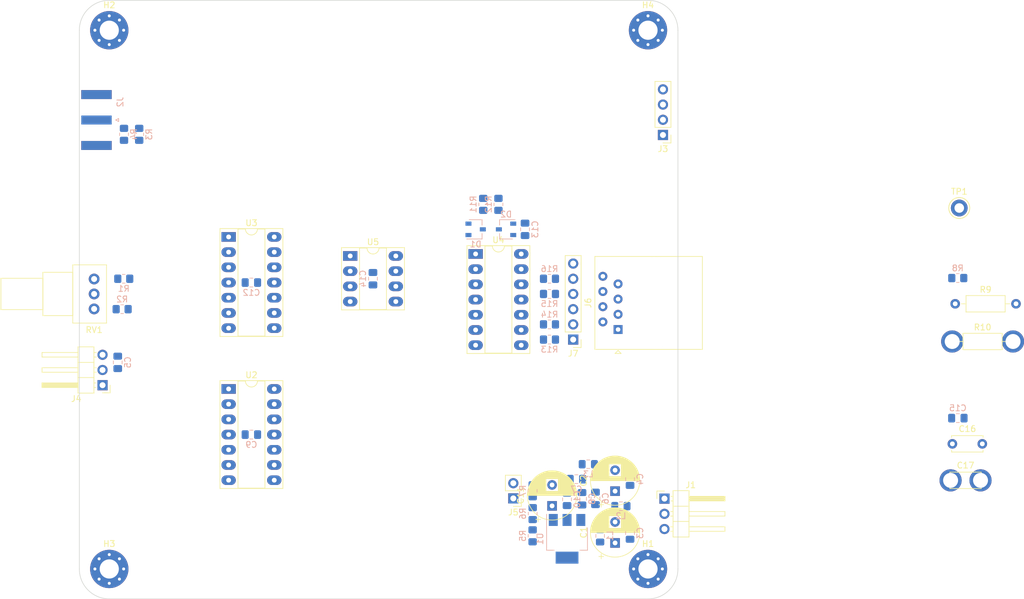
<source format=kicad_pcb>
(kicad_pcb (version 20211014) (generator pcbnew)
  (layers (0 "F.Cu" signal) (31 "B.Cu" signal) (34 "B.Paste" user) (35 "F.Paste" user) (36 "B.SilkS" user "B.Silkscreen") (37 "F.SilkS" user "F.Silkscreen") (38 "B.Mask" user) (39 "F.Mask" user) (44 "Edge.Cuts" user))
  (net 0 "")
  (net 1 "/V_setpoint")
  (net 2 "GND")
  (net 3 "+15V")
  (net 4 "-15V")
  (net 5 "+5V")
  (net 10 "/PWMU_clmp")
  (net 11 "/PWMV_clmp")
  (net 12 "/I_setpoint")
  (net 13 "/Isns_raw")
  (net 14 "Net-(J5-Pad1)")
  (net 15 "Net-(J4-Pad1)")
  (net 16 "/PWMLU_o")
  (net 17 "/PWMHU_o")
  (net 18 "/PWMLV_o")
  (net 19 "/PWMHV_o")
  (net 20 "Net-(R1-Pad1)")
  (net 21 "Net-(R2-Pad2)")
  (net 26 "/PWMU")
  (net 27 "/PWMV")
  (net 28 "/PWMLU")
  (net 29 "/PWMHU")
  (net 30 "/PWMLV")
  (net 31 "/PWMHV")
  (net 41 "Net-(U4-Pad2)")
  (net 42 "Net-(U4-Pad11)")
  (net 65 "/GND_pre")
  (net 66 "/15V_pre")
  (net 67 "/-15V_pre")
  (net 68 "/Reg_fb")
  (footprint "MountingHole:MountingHole_3.2mm_M3_Pad_Via" (layer "F.Cu") (at 55 55)
    (fp_text reference "H2" (at 0 -4.2) (layer "F.SilkS"))
    (fp_text value "MountingHole_Pad")
    (pad "1" thru_hole circle (at -1.697056 1.697056) (size 0.8 0.8) (drill 0.5) (layers *.Cu *.Mask) (net 2 "GND"))
    (pad "1" thru_hole circle (at 0 -2.4) (size 0.8 0.8) (drill 0.5) (layers *.Cu *.Mask) (net 2 "GND"))
    (pad "1" thru_hole circle (at 0 2.4) (size 0.8 0.8) (drill 0.5) (layers *.Cu *.Mask) (net 2 "GND"))
    (pad "1" thru_hole circle (at 1.697056 1.697056) (size 0.8 0.8) (drill 0.5) (layers *.Cu *.Mask) (net 2 "GND"))
    (pad "1" thru_hole circle (at 1.697056 -1.697056) (size 0.8 0.8) (drill 0.5) (layers *.Cu *.Mask) (net 2 "GND"))
    (pad "1" thru_hole circle (at 0 0) (size 6.4 6.4) (drill 3.2) (layers *.Cu *.Mask) (net 2 "GND"))
    (pad "1" thru_hole circle (at -2.4 0) (size 0.8 0.8) (drill 0.5) (layers *.Cu *.Mask) (net 2 "GND"))
    (pad "1" thru_hole circle (at -1.697056 -1.697056) (size 0.8 0.8) (drill 0.5) (layers *.Cu *.Mask) (net 2 "GND"))
    (pad "1" thru_hole circle (at 2.4 0) (size 0.8 0.8) (drill 0.5) (layers *.Cu *.Mask) (net 2 "GND"))
  )
  (footprint "Capacitor_THT:CP_Radial_D8.0mm_P3.50mm" (layer "F.Cu") (at 128.975 134.4625 90)
    (fp_text reference "C11" (at 1.75 -5.25 90) (layer "F.SilkS"))
    (fp_text value "10u")
    (pad "1" thru_hole rect (at 0 0 90) (size 1.6 1.6) (drill 0.8) (layers *.Cu *.Mask) (net 5 "+5V"))
    (pad "2" thru_hole circle (at 3.5 0 90) (size 1.6 1.6) (drill 0.8) (layers *.Cu *.Mask) (net 2 "GND"))
  )
  (footprint "Connector_PinHeader_2.54mm:PinHeader_1x04_P2.54mm_Vertical" (layer "F.Cu") (at 147.5 72.5 180)
    (fp_text reference "J3" (at 0 -2.33) (layer "F.SilkS"))
    (fp_text value "Current_sensor")
    (pad "1" thru_hole rect (at 0 0 180) (size 1.7 1.7) (drill 1) (layers *.Cu *.Mask) (net 3 "+15V"))
    (pad "2" thru_hole oval (at 0 2.54 180) (size 1.7 1.7) (drill 1) (layers *.Cu *.Mask) (net 4 "-15V"))
    (pad "3" thru_hole oval (at 0 5.08 180) (size 1.7 1.7) (drill 1) (layers *.Cu *.Mask) (net 13 "/Isns_raw"))
    (pad "4" thru_hole oval (at 0 7.62 180) (size 1.7 1.7) (drill 1) (layers *.Cu *.Mask) (net 2 "GND"))
  )
  (footprint "Package_DIP:DIP-8_W7.62mm_Socket_LongPads" (layer "F.Cu") (at 95.25 92.71)
    (fp_text reference "U5" (at 3.81 -2.33) (layer "F.SilkS"))
    (fp_text value "LM393")
    (pad "1" thru_hole rect (at 0 0) (size 2.4 1.6) (drill 0.8) (layers *.Cu *.Mask))
    (pad "2" thru_hole oval (at 0 2.54) (size 2.4 1.6) (drill 0.8) (layers *.Cu *.Mask))
    (pad "3" thru_hole oval (at 0 5.08) (size 2.4 1.6) (drill 0.8) (layers *.Cu *.Mask))
    (pad "4" thru_hole oval (at 0 7.62) (size 2.4 1.6) (drill 0.8) (layers *.Cu *.Mask) (net 4 "-15V"))
    (pad "5" thru_hole oval (at 7.62 7.62) (size 2.4 1.6) (drill 0.8) (layers *.Cu *.Mask))
    (pad "6" thru_hole oval (at 7.62 5.08) (size 2.4 1.6) (drill 0.8) (layers *.Cu *.Mask))
    (pad "7" thru_hole oval (at 7.62 2.54) (size 2.4 1.6) (drill 0.8) (layers *.Cu *.Mask))
    (pad "8" thru_hole oval (at 7.62 0) (size 2.4 1.6) (drill 0.8) (layers *.Cu *.Mask) (net 3 "+15V"))
  )
  (footprint "Capacitor_THT:CP_Radial_D8.0mm_P3.50mm" (layer "F.Cu") (at 139.5 132 90)
    (fp_text reference "C2" (at 1.75 -5.25 90) (layer "F.SilkS"))
    (fp_text value "10u")
    (pad "1" thru_hole rect (at 0 0 90) (size 1.6 1.6) (drill 0.8) (layers *.Cu *.Mask) (net 65 "/GND_pre"))
    (pad "2" thru_hole circle (at 3.5 0 90) (size 1.6 1.6) (drill 0.8) (layers *.Cu *.Mask) (net 67 "/-15V_pre"))
  )
  (footprint "MountingHole:MountingHole_3.2mm_M3_Pad_Via" (layer "F.Cu") (at 55 145)
    (fp_text reference "H3" (at 0 -4.2) (layer "F.SilkS"))
    (fp_text value "MountingHole_Pad")
    (pad "1" thru_hole circle (at 2.4 0) (size 0.8 0.8) (drill 0.5) (layers *.Cu *.Mask) (net 2 "GND"))
    (pad "1" thru_hole circle (at 0 0) (size 6.4 6.4) (drill 3.2) (layers *.Cu *.Mask) (net 2 "GND"))
    (pad "1" thru_hole circle (at -2.4 0) (size 0.8 0.8) (drill 0.5) (layers *.Cu *.Mask) (net 2 "GND"))
    (pad "1" thru_hole circle (at -1.697056 -1.697056) (size 0.8 0.8) (drill 0.5) (layers *.Cu *.Mask) (net 2 "GND"))
    (pad "1" thru_hole circle (at 1.697056 -1.697056) (size 0.8 0.8) (drill 0.5) (layers *.Cu *.Mask) (net 2 "GND"))
    (pad "1" thru_hole circle (at -1.697056 1.697056) (size 0.8 0.8) (drill 0.5) (layers *.Cu *.Mask) (net 2 "GND"))
    (pad "1" thru_hole circle (at 0 2.4) (size 0.8 0.8) (drill 0.5) (layers *.Cu *.Mask) (net 2 "GND"))
    (pad "1" thru_hole circle (at 0 -2.4) (size 0.8 0.8) (drill 0.5) (layers *.Cu *.Mask) (net 2 "GND"))
    (pad "1" thru_hole circle (at 1.697056 1.697056) (size 0.8 0.8) (drill 0.5) (layers *.Cu *.Mask) (net 2 "GND"))
  )
  (footprint "Connector_RJ:RJ45_Amphenol_54602-x08_Horizontal" (layer "F.Cu") (at 140 105 90)
    (fp_text reference "J6" (at 4.445 -5 90) (layer "F.SilkS"))
    (fp_text value "PWM_OUT_RJ")
    (pad "" np_thru_hole circle (at -1.27 6.35 90) (size 3.2 3.2) (drill 3.2) (layers *.Cu *.Mask))
    (pad "" np_thru_hole circle (at 10.16 6.35 90) (size 3.2 3.2) (drill 3.2) (layers *.Cu *.Mask))
    (pad "1" thru_hole rect (at 0 0 90) (size 1.5 1.5) (drill 0.76) (layers *.Cu *.Mask) (net 16 "/PWMLU_o"))
    (pad "2" thru_hole circle (at 1.27 -2.54 90) (size 1.5 1.5) (drill 0.76) (layers *.Cu *.Mask) (net 2 "GND"))
    (pad "3" thru_hole circle (at 2.54 0 90) (size 1.5 1.5) (drill 0.76) (layers *.Cu *.Mask) (net 17 "/PWMHU_o"))
    (pad "4" thru_hole circle (at 3.81 -2.54 90) (size 1.5 1.5) (drill 0.76) (layers *.Cu *.Mask) (net 2 "GND"))
    (pad "5" thru_hole circle (at 5.08 0 90) (size 1.5 1.5) (drill 0.76) (layers *.Cu *.Mask) (net 18 "/PWMLV_o"))
    (pad "6" thru_hole circle (at 6.35 -2.54 90) (size 1.5 1.5) (drill 0.76) (layers *.Cu *.Mask) (net 2 "GND"))
    (pad "7" thru_hole circle (at 7.62 0 90) (size 1.5 1.5) (drill 0.76) (layers *.Cu *.Mask) (net 19 "/PWMHV_o"))
    (pad "8" thru_hole circle (at 8.89 -2.54 90) (size 1.5 1.5) (drill 0.76) (layers *.Cu *.Mask) (net 2 "GND"))
  )
  (footprint "Connector_PinHeader_2.54mm:PinHeader_1x03_P2.54mm_Horizontal" (layer "F.Cu") (at 147.75 133.25)
    (fp_text reference "J1" (at 4.385 -2.27) (layer "F.SilkS"))
    (fp_text value "PWR_IN")
    (pad "1" thru_hole rect (at 0 0) (size 1.7 1.7) (drill 1) (layers *.Cu *.Mask) (net 67 "/-15V_pre"))
    (pad "2" thru_hole oval (at 0 2.54) (size 1.7 1.7) (drill 1) (layers *.Cu *.Mask) (net 65 "/GND_pre"))
    (pad "3" thru_hole oval (at 0 5.08) (size 1.7 1.7) (drill 1) (layers *.Cu *.Mask) (net 66 "/15V_pre"))
  )
  (footprint "MountingHole:MountingHole_3.2mm_M3_Pad_Via" (layer "F.Cu") (at 145 145)
    (fp_text reference "H1" (at 0 -4.2) (layer "F.SilkS"))
    (fp_text value "MountingHole_Pad")
    (pad "1" thru_hole circle (at -1.697056 1.697056) (size 0.8 0.8) (drill 0.5) (layers *.Cu *.Mask) (net 2 "GND"))
    (pad "1" thru_hole circle (at 1.697056 1.697056) (size 0.8 0.8) (drill 0.5) (layers *.Cu *.Mask) (net 2 "GND"))
    (pad "1" thru_hole circle (at 0 -2.4) (size 0.8 0.8) (drill 0.5) (layers *.Cu *.Mask) (net 2 "GND"))
    (pad "1" thru_hole circle (at 2.4 0) (size 0.8 0.8) (drill 0.5) (layers *.Cu *.Mask) (net 2 "GND"))
    (pad "1" thru_hole circle (at 0 0) (size 6.4 6.4) (drill 3.2) (layers *.Cu *.Mask) (net 2 "GND"))
    (pad "1" thru_hole circle (at 0 2.4) (size 0.8 0.8) (drill 0.5) (layers *.Cu *.Mask) (net 2 "GND"))
    (pad "1" thru_hole circle (at -2.4 0) (size 0.8 0.8) (drill 0.5) (layers *.Cu *.Mask) (net 2 "GND"))
    (pad "1" thru_hole circle (at -1.697056 -1.697056) (size 0.8 0.8) (drill 0.5) (layers *.Cu *.Mask) (net 2 "GND"))
    (pad "1" thru_hole circle (at 1.697056 -1.697056) (size 0.8 0.8) (drill 0.5) (layers *.Cu *.Mask) (net 2 "GND"))
  )
  (footprint "Connector_PinHeader_2.54mm:PinHeader_1x02_P2.54mm_Vertical" (layer "F.Cu") (at 122.5 133.2125 180)
    (fp_text reference "J5" (at 0 -2.33 180) (layer "F.SilkS"))
    (fp_text value "5V/3V3")
    (pad "1" thru_hole rect (at 0 0 180) (size 1.7 1.7) (drill 1) (layers *.Cu *.Mask) (net 14 "Net-(J5-Pad1)"))
    (pad "2" thru_hole oval (at 0 2.54 180) (size 1.7 1.7) (drill 1) (layers *.Cu *.Mask) (net 2 "GND"))
  )
  (footprint "Connector_PinHeader_2.54mm:PinHeader_1x06_P2.54mm_Vertical" (layer "F.Cu") (at 132.5 106.68 180)
    (fp_text reference "J7" (at 0 -2.33) (layer "F.SilkS"))
    (fp_text value "PWM_OUT")
    (pad "1" thru_hole rect (at 0 0 180) (size 1.7 1.7) (drill 1) (layers *.Cu *.Mask) (net 16 "/PWMLU_o"))
    (pad "2" thru_hole oval (at 0 2.54 180) (size 1.7 1.7) (drill 1) (layers *.Cu *.Mask) (net 17 "/PWMHU_o"))
    (pad "3" thru_hole oval (at 0 5.08 180) (size 1.7 1.7) (drill 1) (layers *.Cu *.Mask) (net 2 "GND"))
    (pad "4" thru_hole oval (at 0 7.62 180) (size 1.7 1.7) (drill 1) (layers *.Cu *.Mask) (net 18 "/PWMLV_o"))
    (pad "5" thru_hole oval (at 0 10.16 180) (size 1.7 1.7) (drill 1) (layers *.Cu *.Mask) (net 19 "/PWMHV_o"))
    (pad "6" thru_hole oval (at 0 12.7 180) (size 1.7 1.7) (drill 1) (layers *.Cu *.Mask) (net 2 "GND"))
  )
  (footprint "TestPoint:TestPoint_Keystone_5010-5014_Multipurpose" (layer "F.Cu") (at 197 84.7)
    (fp_text reference "TP1" (at 0 -2.75) (layer "F.SilkS"))
    (fp_text value "TestPoint")
    (pad "1" thru_hole circle (at 0 0) (size 2.8 2.8) (drill 1.6) (layers *.Cu *.Mask))
  )
  (footprint "Resistor_THT:R_Axial_DIN0207_L6.3mm_D2.5mm_P10.16mm_Horizontal" (layer "F.Cu") (at 196.32 100.7)
    (fp_text reference "R9" (at 5.08 -2.37) (layer "F.SilkS"))
    (fp_text value "10")
    (pad "1" thru_hole circle (at 0 0) (size 1.6 1.6) (drill 0.8) (layers *.Cu *.Mask))
    (pad "2" thru_hole oval (at 10.16 0) (size 1.6 1.6) (drill 0.8) (layers *.Cu *.Mask))
  )
  (footprint "footprints:R_Socket_L6.3mm_D2.5mm_P10.16mm_Horizontal" (layer "F.Cu") (at 195.82 107)
    (fp_text reference "R10" (at 5.08 -2.37) (layer "F.SilkS"))
    (fp_text value "10")
    (pad "1" thru_hole circle locked (at 0 0) (size 3.7 3.7) (drill 2.5) (layers *.Cu *.Mask))
    (pad "2" thru_hole circle locked (at 10.16 0) (size 3.7 3.7) (drill 2.5) (layers *.Cu *.Mask))
  )
  (footprint "Capacitor_THT:C_Disc_D5.0mm_W2.5mm_P5.00mm" (layer "F.Cu") (at 195.85 124.1)
    (fp_text reference "C16" (at 2.5 -2.5) (layer "F.SilkS"))
    (fp_text value "100n")
    (pad "1" thru_hole circle (at 0 0) (size 1.6 1.6) (drill 0.8) (layers *.Cu *.Mask))
    (pad "2" thru_hole circle (at 5 0) (size 1.6 1.6) (drill 0.8) (layers *.Cu *.Mask))
  )
  (footprint "Package_DIP:DIP-14_W7.62mm_Socket_LongPads" (layer "F.Cu") (at 74.94 89.53)
    (fp_text reference "U3" (at 3.81 -2.33) (layer "F.SilkS"))
    (fp_text value "LM324")
    (pad "1" thru_hole rect (at 0 0) (size 2.4 1.6) (drill 0.8) (layers *.Cu *.Mask))
    (pad "2" thru_hole oval (at 0 2.54) (size 2.4 1.6) (drill 0.8) (layers *.Cu *.Mask))
    (pad "3" thru_hole oval (at 0 5.08) (size 2.4 1.6) (drill 0.8) (layers *.Cu *.Mask))
    (pad "4" thru_hole oval (at 0 7.62) (size 2.4 1.6) (drill 0.8) (layers *.Cu *.Mask) (net 3 "+15V"))
    (pad "5" thru_hole oval (at 0 10.16) (size 2.4 1.6) (drill 0.8) (layers *.Cu *.Mask))
    (pad "6" thru_hole oval (at 0 12.7) (size 2.4 1.6) (drill 0.8) (layers *.Cu *.Mask))
    (pad "7" thru_hole oval (at 0 15.24) (size 2.4 1.6) (drill 0.8) (layers *.Cu *.Mask))
    (pad "8" thru_hole oval (at 7.62 15.24) (size 2.4 1.6) (drill 0.8) (layers *.Cu *.Mask))
    (pad "9" thru_hole oval (at 7.62 12.7) (size 2.4 1.6) (drill 0.8) (layers *.Cu *.Mask))
    (pad "10" thru_hole oval (at 7.62 10.16) (size 2.4 1.6) (drill 0.8) (layers *.Cu *.Mask))
    (pad "11" thru_hole oval (at 7.62 7.62) (size 2.4 1.6) (drill 0.8) (layers *.Cu *.Mask) (net 4 "-15V"))
    (pad "12" thru_hole oval (at 7.62 5.08) (size 2.4 1.6) (drill 0.8) (layers *.Cu *.Mask))
    (pad "13" thru_hole oval (at 7.62 2.54) (size 2.4 1.6) (drill 0.8) (layers *.Cu *.Mask))
    (pad "14" thru_hole oval (at 7.62 0) (size 2.4 1.6) (drill 0.8) (layers *.Cu *.Mask))
  )
  (footprint "Connector_PinHeader_2.54mm:PinHeader_1x03_P2.54mm_Horizontal" (layer "F.Cu") (at 53.875 114.3 180)
    (fp_text reference "J4" (at 4.385 -2.27) (layer "F.SilkS"))
    (fp_text value "Vset")
    (pad "1" thru_hole rect (at 0 0 180) (size 1.7 1.7) (drill 1) (layers *.Cu *.Mask) (net 15 "Net-(J4-Pad1)"))
    (pad "2" thru_hole oval (at 0 2.54 180) (size 1.7 1.7) (drill 1) (layers *.Cu *.Mask) (net 1 "/V_setpoint"))
    (pad "3" thru_hole oval (at 0 5.08 180) (size 1.7 1.7) (drill 1) (layers *.Cu *.Mask) (net 2 "GND"))
  )
  (footprint "MountingHole:MountingHole_3.2mm_M3_Pad_Via" (layer "F.Cu") (at 145 55)
    (fp_text reference "H4" (at 0 -4.2) (layer "F.SilkS"))
    (fp_text value "MountingHole_Pad")
    (pad "1" thru_hole circle (at 2.4 0) (size 0.8 0.8) (drill 0.5) (layers *.Cu *.Mask) (net 2 "GND"))
    (pad "1" thru_hole circle (at -1.697056 -1.697056) (size 0.8 0.8) (drill 0.5) (layers *.Cu *.Mask) (net 2 "GND"))
    (pad "1" thru_hole circle (at 1.697056 1.697056) (size 0.8 0.8) (drill 0.5) (layers *.Cu *.Mask) (net 2 "GND"))
    (pad "1" thru_hole circle (at 0 -2.4) (size 0.8 0.8) (drill 0.5) (layers *.Cu *.Mask) (net 2 "GND"))
    (pad "1" thru_hole circle (at 1.697056 -1.697056) (size 0.8 0.8) (drill 0.5) (layers *.Cu *.Mask) (net 2 "GND"))
    (pad "1" thru_hole circle (at 0 0) (size 6.4 6.4) (drill 3.2) (layers *.Cu *.Mask) (net 2 "GND"))
    (pad "1" thru_hole circle (at -2.4 0) (size 0.8 0.8) (drill 0.5) (layers *.Cu *.Mask) (net 2 "GND"))
    (pad "1" thru_hole circle (at 0 2.4) (size 0.8 0.8) (drill 0.5) (layers *.Cu *.Mask) (net 2 "GND"))
    (pad "1" thru_hole circle (at -1.697056 1.697056) (size 0.8 0.8) (drill 0.5) (layers *.Cu *.Mask) (net 2 "GND"))
  )
  (footprint "footprints:C_Socket_D5.0mm_W2.5mm_P5.00mm" (layer "F.Cu") (at 195.55 130.2)
    (fp_text reference "C17" (at 2.5 -2.5) (layer "F.SilkS"))
    (fp_text value "100n")
    (pad "1" thru_hole circle locked (at 0 0) (size 3.7 3.7) (drill 2.5) (layers *.Cu *.Mask))
    (pad "2" thru_hole circle locked (at 5 0) (size 3.7 3.7) (drill 2.5) (layers *.Cu *.Mask))
  )
  (footprint "Capacitor_THT:CP_Radial_D8.0mm_P3.50mm" (layer "F.Cu") (at 139.5 140.652651 90)
    (fp_text reference "C1" (at 1.75 -5.25 90) (layer "F.SilkS"))
    (fp_text value "10u")
    (pad "1" thru_hole rect (at 0 0 90) (size 1.6 1.6) (drill 0.8) (layers *.Cu *.Mask) (net 66 "/15V_pre"))
    (pad "2" thru_hole circle (at 3.5 0 90) (size 1.6 1.6) (drill 0.8) (layers *.Cu *.Mask) (net 65 "/GND_pre"))
  )
  (footprint "Potentiometer_THT:Potentiometer_Alps_RK09Y11_Single_Horizontal" (layer "F.Cu") (at 52.47 96.56 180)
    (fp_text reference "RV1" (at 0 -8.5) (layer "F.SilkS"))
    (fp_text value "10k")
    (pad "1" thru_hole circle (at 0 0 180) (size 1.8 1.8) (drill 1) (layers *.Cu *.Mask) (net 20 "Net-(R1-Pad1)"))
    (pad "2" thru_hole circle (at 0 -2.5 180) (size 1.8 1.8) (drill 1) (layers *.Cu *.Mask) (net 15 "Net-(J4-Pad1)"))
    (pad "3" thru_hole circle (at 0 -5 180) (size 1.8 1.8) (drill 1) (layers *.Cu *.Mask) (net 21 "Net-(R2-Pad2)"))
  )
  (footprint "Package_DIP:DIP-14_W7.62mm_Socket_LongPads" (layer "F.Cu") (at 116.2 92.375)
    (fp_text reference "U4" (at 3.81 -2.33) (layer "F.SilkS"))
    (fp_text value "74HC14")
    (pad "1" thru_hole rect (at 0 0) (size 2.4 1.6) (drill 0.8) (layers *.Cu *.Mask) (net 10 "/PWMU_clmp"))
    (pad "2" thru_hole oval (at 0 2.54) (size 2.4 1.6) (drill 0.8) (layers *.Cu *.Mask) (net 41 "Net-(U4-Pad2)"))
    (pad "3" thru_hole oval (at 0 5.08) (size 2.4 1.6) (drill 0.8) (layers *.Cu *.Mask) (net 41 "Net-(U4-Pad2)"))
    (pad "4" thru_hole oval (at 0 7.62) (size 2.4 1.6) (drill 0.8) (layers *.Cu *.Mask) (net 28 "/PWMLU"))
    (pad "5" thru_hole oval (at 0 10.16) (size 2.4 1.6) (drill 0.8) (layers *.Cu *.Mask) (net 10 "/PWMU_clmp"))
    (pad "6" thru_hole oval (at 0 12.7) (size 2.4 1.6) (drill 0.8) (layers *.Cu *.Mask) (net 29 "/PWMHU"))
    (pad "7" thru_hole oval (at 0 15.24) (size 2.4 1.6) (drill 0.8) (layers *.Cu *.Mask) (net 2 "GND"))
    (pad "8" thru_hole oval (at 7.62 15.24) (size 2.4 1.6) (drill 0.8) (layers *.Cu *.Mask) (net 42 "Net-(U4-Pad11)"))
    (pad "9" thru_hole oval (at 7.62 12.7) (size 2.4 1.6) (drill 0.8) (layers *.Cu *.Mask) (net 11 "/PWMV_clmp"))
    (pad "10" thru_hole oval (at 7.62 10.16) (size 2.4 1.6) (drill 0.8) (layers *.Cu *.Mask) (net 30 "/PWMLV"))
    (pad "11" thru_hole oval (at 7.62 7.62) (size 2.4 1.6) (drill 0.8) (layers *.Cu *.Mask) (net 42 "Net-(U4-Pad11)"))
    (pad "12" thru_hole oval (at 7.62 5.08) (size 2.4 1.6) (drill 0.8) (layers *.Cu *.Mask) (net 31 "/PWMHV"))
    (pad "13" thru_hole oval (at 7.62 2.54) (size 2.4 1.6) (drill 0.8) (layers *.Cu *.Mask) (net 11 "/PWMV_clmp"))
    (pad "14" thru_hole oval (at 7.62 0) (size 2.4 1.6) (drill 0.8) (layers *.Cu *.Mask) (net 5 "+5V"))
  )
  (footprint "Package_DIP:DIP-14_W7.62mm_Socket_LongPads" (layer "F.Cu") (at 74.94 114.93)
    (fp_text reference "U2" (at 3.81 -2.33) (layer "F.SilkS"))
    (fp_text value "LM324")
    (pad "1" thru_hole rect (at 0 0) (size 2.4 1.6) (drill 0.8) (layers *.Cu *.Mask))
    (pad "2" thru_hole oval (at 0 2.54) (size 2.4 1.6) (drill 0.8) (layers *.Cu *.Mask))
    (pad "3" thru_hole oval (at 0 5.08) (size 2.4 1.6) (drill 0.8) (layers *.Cu *.Mask))
    (pad "4" thru_hole oval (at 0 7.62) (size 2.4 1.6) (drill 0.8) (layers *.Cu *.Mask) (net 3 "+15V"))
    (pad "5" thru_hole oval (at 0 10.16) (size 2.4 1.6) (drill 0.8) (layers *.Cu *.Mask))
    (pad "6" thru_hole oval (at 0 12.7) (size 2.4 1.6) (drill 0.8) (layers *.Cu *.Mask))
    (pad "7" thru_hole oval (at 0 15.24) (size 2.4 1.6) (drill 0.8) (layers *.Cu *.Mask))
    (pad "8" thru_hole oval (at 7.62 15.24) (size 2.4 1.6) (drill 0.8) (layers *.Cu *.Mask))
    (pad "9" thru_hole oval (at 7.62 12.7) (size 2.4 1.6) (drill 0.8) (layers *.Cu *.Mask))
    (pad "10" thru_hole oval (at 7.62 10.16) (size 2.4 1.6) (drill 0.8) (layers *.Cu *.Mask))
    (pad "11" thru_hole oval (at 7.62 7.62) (size 2.4 1.6) (drill 0.8) (layers *.Cu *.Mask) (net 4 "-15V"))
    (pad "12" thru_hole oval (at 7.62 5.08) (size 2.4 1.6) (drill 0.8) (layers *.Cu *.Mask))
    (pad "13" thru_hole oval (at 7.62 2.54) (size 2.4 1.6) (drill 0.8) (layers *.Cu *.Mask))
    (pad "14" thru_hole oval (at 7.62 0) (size 2.4 1.6) (drill 0.8) (layers *.Cu *.Mask))
  )
  (footprint "Capacitor_SMD:C_0805_2012Metric_Pad1.18x1.45mm_HandSolder" (layer "B.Cu") (at 196.7625 119.8 180)
    (fp_text reference "C15" (at 0 1.68) (layer "B.SilkS") (effects (justify mirror)))
    (fp_text value "100n")
    (pad "1" smd roundrect (at -1.0375 0 180) (size 1.175 1.45) (layers "B.Cu" "B.Paste" "B.Mask") (roundrect_rratio 0.212766))
    (pad "2" smd roundrect (at 1.0375 0 180) (size 1.175 1.45) (layers "B.Cu" "B.Paste" "B.Mask") (roundrect_rratio 0.212766))
  )
  (footprint "Resistor_SMD:R_0805_2012Metric_Pad1.20x1.40mm_HandSolder" (layer "B.Cu") (at 125.725 139.4625 -90)
    (fp_text reference "R5" (at 0 1.65 90) (layer "B.SilkS") (effects (justify mirror)))
    (fp_text value "240")
    (pad "1" smd roundrect (at -1 0 270) (size 1.2 1.4) (layers "B.Cu" "B.Paste" "B.Mask") (roundrect_rratio 0.208333) (net 68 "/Reg_fb"))
    (pad "2" smd roundrect (at 1 0 270) (size 1.2 1.4) (layers "B.Cu" "B.Paste" "B.Mask") (roundrect_rratio 0.208333) (net 5 "+5V"))
  )
  (footprint "Resistor_SMD:R_0805_2012Metric_Pad1.20x1.40mm_HandSolder" (layer "B.Cu") (at 196.75 96.4 180)
    (fp_text reference "R8" (at 0 1.65) (layer "B.SilkS") (effects (justify mirror)))
    (fp_text value "10")
    (pad "1" smd roundrect (at -1 0 180) (size 1.2 1.4) (layers "B.Cu" "B.Paste" "B.Mask") (roundrect_rratio 0.208333))
    (pad "2" smd roundrect (at 1 0 180) (size 1.2 1.4) (layers "B.Cu" "B.Paste" "B.Mask") (roundrect_rratio 0.208333))
  )
  (footprint "Capacitor_SMD:C_0805_2012Metric_Pad1.18x1.45mm_HandSolder" (layer "B.Cu") (at 99.05 96.51 -90)
    (fp_text reference "C14" (at 0 1.68 90) (layer "B.SilkS") (effects (justify mirror)))
    (fp_text value "100n")
    (pad "1" smd roundrect (at -1.0375 0 270) (size 1.175 1.45) (layers "B.Cu" "B.Paste" "B.Mask") (roundrect_rratio 0.212766) (net 3 "+15V"))
    (pad "2" smd roundrect (at 1.0375 0 270) (size 1.175 1.45) (layers "B.Cu" "B.Paste" "B.Mask") (roundrect_rratio 0.212766) (net 4 "-15V"))
  )
  (footprint "Package_TO_SOT_SMD:SOT-23W" (layer "B.Cu") (at 121.285 88.265 180)
    (fp_text reference "D2" (at 0 2.5) (layer "B.SilkS") (effects (justify mirror)))
    (fp_text value "BAT60-04W")
    (pad "1" smd rect (at -1.2 0.95 180) (size 1 0.7) (layers "B.Cu" "B.Paste" "B.Mask") (net 2 "GND"))
    (pad "2" smd rect (at -1.2 -0.95 180) (size 1 0.7) (layers "B.Cu" "B.Paste" "B.Mask") (net 5 "+5V"))
    (pad "3" smd rect (at 1.2 0 180) (size 1 0.7) (layers "B.Cu" "B.Paste" "B.Mask") (net 11 "/PWMV_clmp"))
  )
  (footprint "Resistor_SMD:R_0805_2012Metric_Pad1.20x1.40mm_HandSolder" (layer "B.Cu") (at 60 72.39 90)
    (fp_text reference "R3" (at 0 1.65 90) (layer "B.SilkS") (effects (justify mirror)))
    (fp_text value "100")
    (pad "1" smd roundrect (at -1 0 90) (size 1.2 1.4) (layers "B.Cu" "B.Paste" "B.Mask") (roundrect_rratio 0.208333) (net 2 "GND"))
    (pad "2" smd roundrect (at 1 0 90) (size 1.2 1.4) (layers "B.Cu" "B.Paste" "B.Mask") (roundrect_rratio 0.208333) (net 12 "/I_setpoint"))
  )
  (footprint "Resistor_SMD:R_0805_2012Metric_Pad1.20x1.40mm_HandSolder" (layer "B.Cu") (at 128.54 96.52 180)
    (fp_text reference "R16" (at 0 1.65) (layer "B.SilkS") (effects (justify mirror)))
    (fp_text value "10")
    (pad "1" smd roundrect (at -1 0 180) (size 1.2 1.4) (layers "B.Cu" "B.Paste" "B.Mask") (roundrect_rratio 0.208333) (net 31 "/PWMHV"))
    (pad "2" smd roundrect (at 1 0 180) (size 1.2 1.4) (layers "B.Cu" "B.Paste" "B.Mask") (roundrect_rratio 0.208333) (net 19 "/PWMHV_o"))
  )
  (footprint "Resistor_SMD:R_0805_2012Metric_Pad1.20x1.40mm_HandSolder" (layer "B.Cu") (at 57.46 72.39 90)
    (fp_text reference "R4" (at 0 1.65 90) (layer "B.SilkS") (effects (justify mirror)))
    (fp_text value "100")
    (pad "1" smd roundrect (at -1 0 90) (size 1.2 1.4) (layers "B.Cu" "B.Paste" "B.Mask") (roundrect_rratio 0.208333) (net 2 "GND"))
    (pad "2" smd roundrect (at 1 0 90) (size 1.2 1.4) (layers "B.Cu" "B.Paste" "B.Mask") (roundrect_rratio 0.208333) (net 12 "/I_setpoint"))
  )
  (footprint "Capacitor_SMD:C_0805_2012Metric_Pad1.18x1.45mm_HandSolder" (layer "B.Cu") (at 78.74 122.555)
    (fp_text reference "C9" (at 0 1.68) (layer "B.SilkS") (effects (justify mirror)))
    (fp_text value "100n")
    (pad "1" smd roundrect (at -1.0375 0) (size 1.175 1.45) (layers "B.Cu" "B.Paste" "B.Mask") (roundrect_rratio 0.212766) (net 3 "+15V"))
    (pad "2" smd roundrect (at 1.0375 0) (size 1.175 1.45) (layers "B.Cu" "B.Paste" "B.Mask") (roundrect_rratio 0.212766) (net 4 "-15V"))
  )
  (footprint "Package_TO_SOT_SMD:SOT-223-3_TabPin2" (layer "B.Cu") (at 131.475 139.9625 -90)
    (fp_text reference "U1" (at 0 4.5 90) (layer "B.SilkS") (effects (justify mirror)))
    (fp_text value "LM317_SOT-223")
    (pad "1" smd rect (at -3.15 2.3 270) (size 2 1.5) (layers "B.Cu" "B.Paste" "B.Mask") (net 68 "/Reg_fb"))
    (pad "2" smd rect (at -3.15 0 270) (size 2 1.5) (layers "B.Cu" "B.Paste" "B.Mask") (net 5 "+5V"))
    (pad "2" smd rect (at 3.15 0 270) (size 2 3.8) (layers "B.Cu" "B.Paste" "B.Mask") (net 5 "+5V"))
    (pad "3" smd rect (at -3.15 -2.3 270) (size 2 1.5) (layers "B.Cu" "B.Paste" "B.Mask") (net 3 "+15V"))
  )
  (footprint "Capacitor_SMD:C_0805_2012Metric_Pad1.18x1.45mm_HandSolder" (layer "B.Cu") (at 56.415 110.49 90)
    (fp_text reference "C5" (at 0 1.68 90) (layer "B.SilkS") (effects (justify mirror)))
    (fp_text value "100n")
    (pad "1" smd roundrect (at -1.0375 0 90) (size 1.175 1.45) (layers "B.Cu" "B.Paste" "B.Mask") (roundrect_rratio 0.212766) (net 1 "/V_setpoint"))
    (pad "2" smd roundrect (at 1.0375 0 90) (size 1.175 1.45) (layers "B.Cu" "B.Paste" "B.Mask") (roundrect_rratio 0.212766) (net 2 "GND"))
  )
  (footprint "Capacitor_SMD:C_0805_2012Metric_Pad1.18x1.45mm_HandSolder" (layer "B.Cu") (at 133.0375 130)
    (fp_text reference "C7" (at 0 1.68) (layer "B.SilkS") (effects (justify mirror)))
    (fp_text value "100n")
    (pad "1" smd roundrect (at -1.0375 0) (size 1.175 1.45) (layers "B.Cu" "B.Paste" "B.Mask") (roundrect_rratio 0.212766) (net 2 "GND"))
    (pad "2" smd roundrect (at 1.0375 0) (size 1.175 1.45) (layers "B.Cu" "B.Paste" "B.Mask") (roundrect_rratio 0.212766) (net 4 "-15V"))
  )
  (footprint "Resistor_SMD:R_0805_2012Metric_Pad1.20x1.40mm_HandSolder" (layer "B.Cu") (at 128.54 99.06)
    (fp_text reference "R15" (at 0 1.65) (layer "B.SilkS") (effects (justify mirror)))
    (fp_text value "10")
    (pad "1" smd roundrect (at -1 0) (size 1.2 1.4) (layers "B.Cu" "B.Paste" "B.Mask") (roundrect_rratio 0.208333) (net 30 "/PWMLV"))
    (pad "2" smd roundrect (at 1 0) (size 1.2 1.4) (layers "B.Cu" "B.Paste" "B.Mask") (roundrect_rratio 0.208333) (net 18 "/PWMLV_o"))
  )
  (footprint "Inductor_SMD:L_0805_2012Metric_Pad1.15x1.40mm_HandSolder" (layer "B.Cu") (at 137 139.475 90)
    (fp_text reference "L1" (at 0 1.65 90) (layer "B.SilkS") (effects (justify mirror)))
    (fp_text value "10u")
    (pad "1" smd roundrect (at -1.025 0 90) (size 1.15 1.4) (layers "B.Cu" "B.Paste" "B.Mask") (roundrect_rratio 0.217391) (net 66 "/15V_pre"))
    (pad "2" smd roundrect (at 1.025 0 90) (size 1.15 1.4) (layers "B.Cu" "B.Paste" "B.Mask") (roundrect_rratio 0.217391) (net 3 "+15V"))
  )
  (footprint "Capacitor_SMD:C_0805_2012Metric_Pad1.18x1.45mm_HandSolder" (layer "B.Cu") (at 131.475 133.372349 90)
    (fp_text reference "C10" (at 0 1.68 90) (layer "B.SilkS") (effects (justify mirror)))
    (fp_text value "100n")
    (pad "1" smd roundrect (at -1.0375 0 90) (size 1.175 1.45) (layers "B.Cu" "B.Paste" "B.Mask") (roundrect_rratio 0.212766) (net 5 "+5V"))
    (pad "2" smd roundrect (at 1.0375 0 90) (size 1.175 1.45) (layers "B.Cu" "B.Paste" "B.Mask") (roundrect_rratio 0.212766) (net 2 "GND"))
  )
  (footprint "Resistor_SMD:R_0805_2012Metric_Pad1.20x1.40mm_HandSolder" (layer "B.Cu") (at 125.74 135.7525 -90)
    (fp_text reference "R6" (at 0 1.65 90) (layer "B.SilkS") (effects (justify mirror)))
    (fp_text value "390")
    (pad "1" smd roundrect (at -1 0 270) (size 1.2 1.4) (layers "B.Cu" "B.Paste" "B.Mask") (roundrect_rratio 0.208333) (net 14 "Net-(J5-Pad1)"))
    (pad "2" smd roundrect (at 1 0 270) (size 1.2 1.4) (layers "B.Cu" "B.Paste" "B.Mask") (roundrect_rratio 0.208333) (net 68 "/Reg_fb"))
  )
  (footprint "Inductor_SMD:L_0805_2012Metric_Pad1.15x1.40mm_HandSolder" (layer "B.Cu") (at 140.475 134.5)
    (fp_text reference "L2" (at 0 1.65) (layer "B.SilkS") (effects (justify mirror)))
    (fp_text value "10u")
    (pad "1" smd roundrect (at -1.025 0) (size 1.15 1.4) (layers "B.Cu" "B.Paste" "B.Mask") (roundrect_rratio 0.217391) (net 2 "GND"))
    (pad "2" smd roundrect (at 1.025 0) (size 1.15 1.4) (layers "B.Cu" "B.Paste" "B.Mask") (roundrect_rratio 0.217391) (net 65 "/GND_pre"))
  )
  (footprint "Capacitor_SMD:C_0805_2012Metric_Pad1.18x1.45mm_HandSolder" (layer "B.Cu") (at 124.46 88.265 90)
    (fp_text reference "C13" (at 0 1.68 90) (layer "B.SilkS") (effects (justify mirror)))
    (fp_text value "100n")
    (pad "1" smd roundrect (at -1.0375 0 90) (size 1.175 1.45) (layers "B.Cu" "B.Paste" "B.Mask") (roundrect_rratio 0.212766) (net 5 "+5V"))
    (pad "2" smd roundrect (at 1.0375 0 90) (size 1.175 1.45) (layers "B.Cu" "B.Paste" "B.Mask") (roundrect_rratio 0.212766) (net 2 "GND"))
  )
  (footprint "Resistor_SMD:R_0805_2012Metric_Pad1.20x1.40mm_HandSolder" (layer "B.Cu") (at 125.74 131.9425 -90)
    (fp_text reference "R7" (at 0 1.65 90) (layer "B.SilkS") (effects (justify mirror)))
    (fp_text value "330")
    (pad "1" smd roundrect (at -1 0 270) (size 1.2 1.4) (layers "B.Cu" "B.Paste" "B.Mask") (roundrect_rratio 0.208333) (net 2 "GND"))
    (pad "2" smd roundrect (at 1 0 270) (size 1.2 1.4) (layers "B.Cu" "B.Paste" "B.Mask") (roundrect_rratio 0.208333) (net 14 "Net-(J5-Pad1)"))
  )
  (footprint "Capacitor_SMD:C_0805_2012Metric_Pad1.18x1.45mm_HandSolder" (layer "B.Cu") (at 136.225 133.2125 90)
    (fp_text reference "C6" (at 0 1.68 90) (layer "B.SilkS") (effects (justify mirror)))
    (fp_text value "100n")
    (pad "1" smd roundrect (at -1.0375 0 90) (size 1.175 1.45) (layers "B.Cu" "B.Paste" "B.Mask") (roundrect_rratio 0.212766) (net 3 "+15V"))
    (pad "2" smd roundrect (at 1.0375 0 90) (size 1.175 1.45) (layers "B.Cu" "B.Paste" "B.Mask") (roundrect_rratio 0.212766) (net 2 "GND"))
  )
  (footprint "Resistor_SMD:R_0805_2012Metric_Pad1.20x1.40mm_HandSolder" (layer "B.Cu") (at 128.54 104.14 180)
    (fp_text reference "R14" (at 0 1.65) (layer "B.SilkS") (effects (justify mirror)))
    (fp_text value "10")
    (pad "1" smd roundrect (at -1 0 180) (size 1.2 1.4) (layers "B.Cu" "B.Paste" "B.Mask") (roundrect_rratio 0.208333) (net 29 "/PWMHU"))
    (pad "2" smd roundrect (at 1 0 180) (size 1.2 1.4) (layers "B.Cu" "B.Paste" "B.Mask") (roundrect_rratio 0.208333) (net 17 "/PWMHU_o"))
  )
  (footprint "Connector_Coaxial:SMA_Amphenol_132289_EdgeMount" (layer "B.Cu") (at 52.8625 70 180)
    (fp_text reference "J2" (at -3.96 3 90) (layer "B.SilkS") (effects (justify mirror)))
    (fp_text value "BNC_IN")
    (pad "1" smd rect (at 0 0 90) (size 1.5 5.08) (layers "B.Cu" "B.Paste" "B.Mask") (net 12 "/I_setpoint"))
    (pad "2" smd rect (at 0 -4.25 90) (size 1.5 5.08) (layers "F.Cu" "F.Paste" "F.Mask") (net 2 "GND"))
    (pad "2" smd rect (at 0 -4.25 90) (size 1.5 5.08) (layers "B.Cu" "B.Paste" "B.Mask") (net 2 "GND"))
    (pad "2" smd rect (at 0 4.25 90) (size 1.5 5.08) (layers "F.Cu" "F.Paste" "F.Mask") (net 2 "GND"))
    (pad "2" smd rect (at 0 4.25 90) (size 1.5 5.08) (layers "B.Cu" "B.Paste" "B.Mask") (net 2 "GND"))
  )
  (footprint "Resistor_SMD:R_0805_2012Metric_Pad1.20x1.40mm_HandSolder" (layer "B.Cu") (at 128.54 106.68)
    (fp_text reference "R13" (at 0 1.65) (layer "B.SilkS") (effects (justify mirror)))
    (fp_text value "10")
    (pad "1" smd roundrect (at -1 0) (size 1.2 1.4) (layers "B.Cu" "B.Paste" "B.Mask") (roundrect_rratio 0.208333) (net 28 "/PWMLU"))
    (pad "2" smd roundrect (at 1 0) (size 1.2 1.4) (layers "B.Cu" "B.Paste" "B.Mask") (roundrect_rratio 0.208333) (net 16 "/PWMLU_o"))
  )
  (footprint "Inductor_SMD:L_0805_2012Metric_Pad1.15x1.40mm_HandSolder" (layer "B.Cu") (at 135.025 127.5)
    (fp_text reference "L3" (at 0 1.65) (layer "B.SilkS") (effects (justify mirror)))
    (fp_text value "10u")
    (pad "1" smd roundrect (at -1.025 0) (size 1.15 1.4) (layers "B.Cu" "B.Paste" "B.Mask") (roundrect_rratio 0.217391) (net 4 "-15V"))
    (pad "2" smd roundrect (at 1.025 0) (size 1.15 1.4) (layers "B.Cu" "B.Paste" "B.Mask") (roundrect_rratio 0.217391) (net 67 "/-15V_pre"))
  )
  (footprint "Resistor_SMD:R_0805_2012Metric_Pad1.20x1.40mm_HandSolder" (layer "B.Cu") (at 117.475 84.09 -90)
    (fp_text reference "R11" (at 0 1.65 90) (layer "B.SilkS") (effects (justify mirror)))
    (fp_text value "10k")
    (pad "1" smd roundrect (at -1 0 270) (size 1.2 1.4) (layers "B.Cu" "B.Paste" "B.Mask") (roundrect_rratio 0.208333) (net 26 "/PWMU"))
    (pad "2" smd roundrect (at 1 0 270) (size 1.2 1.4) (layers "B.Cu" "B.Paste" "B.Mask") (roundrect_rratio 0.208333) (net 10 "/PWMU_clmp"))
  )
  (footprint "Resistor_SMD:R_0805_2012Metric_Pad1.20x1.40mm_HandSolder" (layer "B.Cu") (at 120.015 84.09 -90)
    (fp_text reference "R12" (at 0 1.65 90) (layer "B.SilkS") (effects (justify mirror)))
    (fp_text value "10k")
    (pad "1" smd roundrect (at -1 0 270) (size 1.2 1.4) (layers "B.Cu" "B.Paste" "B.Mask") (roundrect_rratio 0.208333) (net 27 "/PWMV"))
    (pad "2" smd roundrect (at 1 0 270) (size 1.2 1.4) (layers "B.Cu" "B.Paste" "B.Mask") (roundrect_rratio 0.208333) (net 11 "/PWMV_clmp"))
  )
  (footprint "Resistor_SMD:R_0805_2012Metric_Pad1.20x1.40mm_HandSolder" (layer "B.Cu") (at 57.15 101.6 180)
    (fp_text reference "R2" (at 0 1.65) (layer "B.SilkS") (effects (justify mirror)))
    (fp_text value "4k2")
    (pad "1" smd roundrect (at -1 0 180) (size 1.2 1.4) (layers "B.Cu" "B.Paste" "B.Mask") (roundrect_rratio 0.208333) (net 4 "-15V"))
    (pad "2" smd roundrect (at 1 0 180) (size 1.2 1.4) (layers "B.Cu" "B.Paste" "B.Mask") (roundrect_rratio 0.208333) (net 21 "Net-(R2-Pad2)"))
  )
  (footprint "Capacitor_SMD:C_0805_2012Metric_Pad1.18x1.45mm_HandSolder" (layer "B.Cu") (at 133.975 133.275 90)
    (fp_text reference "C8" (at 0 1.68 90) (layer "B.SilkS") (effects (justify mirror)))
    (fp_text value "100n")
    (pad "1" smd roundrect (at -1.0375 0 90) (size 1.175 1.45) (layers "B.Cu" "B.Paste" "B.Mask") (roundrect_rratio 0.212766) (net 3 "+15V"))
    (pad "2" smd roundrect (at 1.0375 0 90) (size 1.175 1.45) (layers "B.Cu" "B.Paste" "B.Mask") (roundrect_rratio 0.212766) (net 2 "GND"))
  )
  (footprint "Capacitor_SMD:C_0805_2012Metric_Pad1.18x1.45mm_HandSolder" (layer "B.Cu") (at 142 139 90)
    (fp_text reference "C3" (at 0 1.68 90) (layer "B.SilkS") (effects (justify mirror)))
    (fp_text value "100n")
    (pad "1" smd roundrect (at -1.0375 0 90) (size 1.175 1.45) (layers "B.Cu" "B.Paste" "B.Mask") (roundrect_rratio 0.212766) (net 66 "/15V_pre"))
    (pad "2" smd roundrect (at 1.0375 0 90) (size 1.175 1.45) (layers "B.Cu" "B.Paste" "B.Mask") (roundrect_rratio 0.212766) (net 65 "/GND_pre"))
  )
  (footprint "Capacitor_SMD:C_0805_2012Metric_Pad1.18x1.45mm_HandSolder" (layer "B.Cu") (at 142 130 90)
    (fp_text reference "C4" (at 0 1.68 90) (layer "B.SilkS") (effects (justify mirror)))
    (fp_text value "100n")
    (pad "1" smd roundrect (at -1.0375 0 90) (size 1.175 1.45) (layers "B.Cu" "B.Paste" "B.Mask") (roundrect_rratio 0.212766) (net 65 "/GND_pre"))
    (pad "2" smd roundrect (at 1.0375 0 90) (size 1.175 1.45) (layers "B.Cu" "B.Paste" "B.Mask") (roundrect_rratio 0.212766) (net 67 "/-15V_pre"))
  )
  (footprint "Capacitor_SMD:C_0805_2012Metric_Pad1.18x1.45mm_HandSolder" (layer "B.Cu") (at 78.74 97.155)
    (fp_text reference "C12" (at 0 1.68) (layer "B.SilkS") (effects (justify mirror)))
    (fp_text value "100n")
    (pad "1" smd roundrect (at -1.0375 0) (size 1.175 1.45) (layers "B.Cu" "B.Paste" "B.Mask") (roundrect_rratio 0.212766) (net 3 "+15V"))
    (pad "2" smd roundrect (at 1.0375 0) (size 1.175 1.45) (layers "B.Cu" "B.Paste" "B.Mask") (roundrect_rratio 0.212766) (net 4 "-15V"))
  )
  (footprint "Package_TO_SOT_SMD:SOT-23W" (layer "B.Cu") (at 116.205 88.265)
    (fp_text reference "D1" (at 0 2.5) (layer "B.SilkS") (effects (justify mirror)))
    (fp_text value "BAT60-04W")
    (pad "1" smd rect (at -1.2 0.95) (size 1 0.7) (layers "B.Cu" "B.Paste" "B.Mask") (net 2 "GND"))
    (pad "2" smd rect (at -1.2 -0.95) (size 1 0.7) (layers "B.Cu" "B.Paste" "B.Mask") (net 5 "+5V"))
    (pad "3" smd rect (at 1.2 0) (size 1 0.7) (layers "B.Cu" "B.Paste" "B.Mask") (net 10 "/PWMU_clmp"))
  )
  (footprint "Resistor_SMD:R_0805_2012Metric_Pad1.20x1.40mm_HandSolder" (layer "B.Cu") (at 57.42 96.52)
    (fp_text reference "R1" (at 0 1.65) (layer "B.SilkS") (effects (justify mirror)))
    (fp_text value "4k2")
    (pad "1" smd roundrect (at -1 0) (size 1.2 1.4) (layers "B.Cu" "B.Paste" "B.Mask") (roundrect_rratio 0.208333) (net 20 "Net-(R1-Pad1)"))
    (pad "2" smd roundrect (at 1 0) (size 1.2 1.4) (layers "B.Cu" "B.Paste" "B.Mask") (roundrect_rratio 0.208333) (net 3 "+15V"))
  )
  (gr_arc (start 150 145) (mid 148.535534 148.535534) (end 145 150) (layer "Edge.Cuts") (width 0.1))
  (gr_arc (start 145 50) (mid 148.535534 51.464466) (end 150 55) (layer "Edge.Cuts") (width 0.1))
  (gr_line (start 50 55) (end 50 145) (layer "Edge.Cuts") (width 0.1))
  (gr_arc (start 55 150) (mid 51.464466 148.535534) (end 50 145) (layer "Edge.Cuts") (width 0.1))
  (gr_line (start 150 145) (end 150 55) (layer "Edge.Cuts") (width 0.1))
  (gr_arc (start 50 55) (mid 51.464466 51.464466) (end 55 50) (layer "Edge.Cuts") (width 0.1))
  (gr_line (start 145 50) (end 55 50) (layer "Edge.Cuts") (width 0.1))
  (gr_line (start 55 150) (end 145 150) (layer "Edge.Cuts") (width 0.1))
)
</source>
